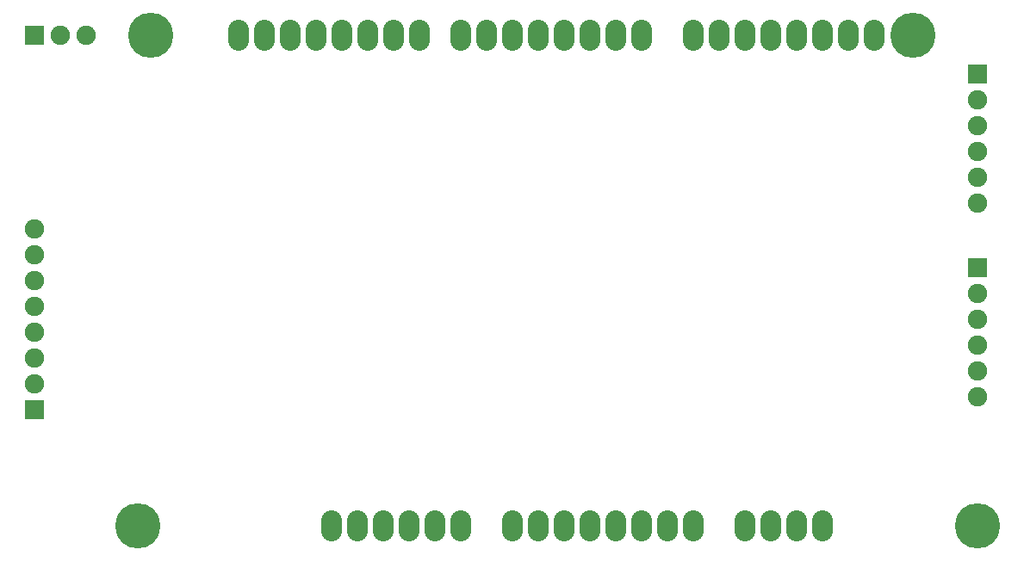
<source format=gbs>
G04 (created by PCBNEW-RS274X (2011-oct-27)-testing) date Wed 04 Jan 2012 07:42:13 AM EST*
G01*
G70*
G90*
%MOIN*%
G04 Gerber Fmt 3.4, Leading zero omitted, Abs format*
%FSLAX34Y34*%
G04 APERTURE LIST*
%ADD10C,0.006000*%
%ADD11O,0.080000X0.120000*%
%ADD12C,0.175000*%
%ADD13R,0.075000X0.075000*%
%ADD14C,0.075000*%
G04 APERTURE END LIST*
G54D10*
G54D11*
X46000Y-31000D03*
X47000Y-31000D03*
X48000Y-31000D03*
X49000Y-31000D03*
X50000Y-31000D03*
X51000Y-31000D03*
X52000Y-31000D03*
X53000Y-31000D03*
X48000Y-50000D03*
X46000Y-50000D03*
X45000Y-50000D03*
X49000Y-50000D03*
X50000Y-50000D03*
X51000Y-50000D03*
X44000Y-50000D03*
X43000Y-50000D03*
X42000Y-50000D03*
X39000Y-50000D03*
X40000Y-50000D03*
X41000Y-50000D03*
X37000Y-50000D03*
X36000Y-50000D03*
X35000Y-50000D03*
X33000Y-50000D03*
X32000Y-50000D03*
X44000Y-31000D03*
X43000Y-31000D03*
X42000Y-31000D03*
X41000Y-31000D03*
X40000Y-31000D03*
X39000Y-31000D03*
X38000Y-31000D03*
X37000Y-31000D03*
X35400Y-31000D03*
X34400Y-31000D03*
X33400Y-31000D03*
X32400Y-31000D03*
X31400Y-31000D03*
X30400Y-31000D03*
X29400Y-31000D03*
X28400Y-31000D03*
X34000Y-50000D03*
G54D12*
X57000Y-50000D03*
X54500Y-31000D03*
X25000Y-31000D03*
X24500Y-50000D03*
G54D13*
X20500Y-45500D03*
G54D14*
X20500Y-44500D03*
X20500Y-43500D03*
X20500Y-42500D03*
X20500Y-41500D03*
X20500Y-40500D03*
X20500Y-39500D03*
X20500Y-38500D03*
G54D13*
X57000Y-32500D03*
G54D14*
X57000Y-33500D03*
X57000Y-34500D03*
X57000Y-35500D03*
X57000Y-36500D03*
X57000Y-37500D03*
G54D13*
X57000Y-40000D03*
G54D14*
X57000Y-41000D03*
X57000Y-42000D03*
X57000Y-43000D03*
X57000Y-44000D03*
X57000Y-45000D03*
G54D13*
X20500Y-31000D03*
G54D14*
X21500Y-31000D03*
X22500Y-31000D03*
M02*

</source>
